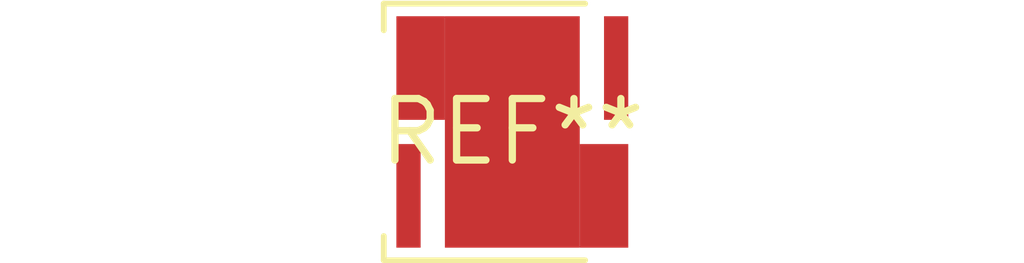
<source format=kicad_pcb>
(kicad_pcb (version 20240108) (generator pcbnew)
  (layers (0 "F.Cu" signal) (31 "B.Cu" signal) (34 "B.Paste" user) (35 "F.Paste" user) (36 "B.SilkS" user "B.Silkscreen") (37 "F.SilkS" user "F.Silkscreen") (38 "B.Mask" user) (39 "F.Mask" user) (44 "Edge.Cuts" user))
  (net 0 "")
  (footprint "LED_Cree-XHP50_12V" (layer "F.Cu") (at 0 0)
    (property "Reference" "REF**")
    (property "Value" "LED_Cree-XHP50_12V")
    (fp_line (start -2.65 -2.65) (end -2.65 -2.1) (layer "F.SilkS") (stroke (width 0.12)))
    (fp_line (start -2.65 2.65) (end -2.65 2.15) (layer "F.SilkS") (stroke (width 0.12)))
    (fp_line (start 1.5 -2.65) (end -2.65 -2.65) (layer "F.SilkS") (stroke (width 0.12)))
    (fp_line (start 1.5 2.65) (end -2.65 2.65) (layer "F.SilkS") (stroke (width 0.12)))
    (pad "1" smd rect (at -2.14 1.32) (size 0.5 2.14) (layers "F.Cu" "F.Paste" "F.Mask"))
    (pad "2" smd rect (at 2.14 -1.32) (size 0.5 2.14) (layers "F.Cu" "F.Paste" "F.Mask"))
    (pad "3" smd rect (at -1.89 -1.32) (size 1 2.14) (layers "F.Cu" "F.Mask"))
    (pad "3" smd rect (at 0 0) (size 2.78 4.78) (layers "F.Cu" "F.Mask"))
    (pad "3" smd rect (at 1.89 1.32) (size 1 2.14) (layers "F.Cu" "F.Mask"))
  )
)
</source>
